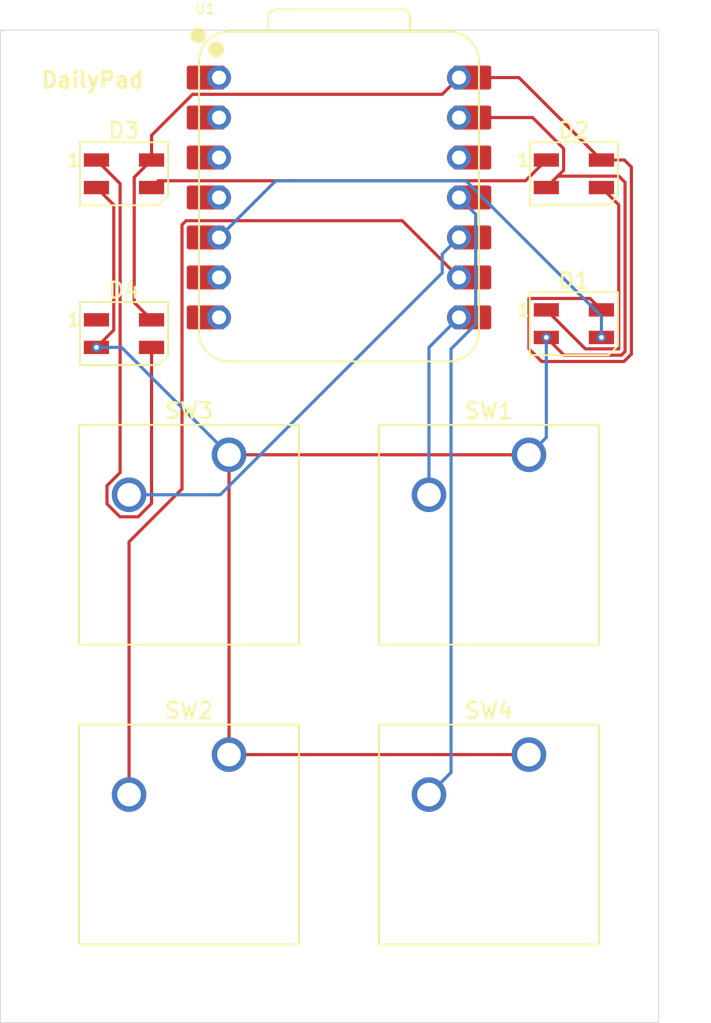
<source format=kicad_pcb>
(kicad_pcb (version 20241229) (generator "pcbnew") (generator_version "9.0")
  (layers (0 "F.Cu" signal) (2 "B.Cu" signal) (13 "F.Paste" user) (15 "B.Paste" user) (5 "F.SilkS" user "F.Silkscreen") (7 "B.SilkS" user "B.Silkscreen") (1 "F.Mask" user) (3 "B.Mask" user) (25 "Edge.Cuts" user))
  (net 0 "")
  (net 1 "GND")
  (net 2 "Net-(D1-DOUT)")
  (net 3 "+5V")
  (net 4 "Net-(D1-DIN)")
  (net 5 "Net-(D2-DOUT)")
  (net 6 "Net-(D3-DOUT)")
  (net 8 "Net-(U1-GPIO1{slash}RX)")
  (net 9 "Net-(U1-GPIO2{slash}SCK)")
  (net 10 "Net-(U1-GPIO4{slash}MISO)")
  (net 11 "Net-(U1-GPIO3{slash}MOSI)")
  (footprint "LED_SMD:LED_SK6812MINI_PLCC4_3.5x3.5mm_P1.75mm" (layer "F.Cu") (at 133.98125 53.89375)
    (property "Reference" "D4" (at 0 -2.75 0) (layer "F.SilkS"))
    (property "Value" "SK6812MINI")
    (fp_line (start -2.8 -2) (end -2.8 2) (stroke (width 0.12)) (layer "F.SilkS"))
    (fp_line (start -2.8 -2) (end 2.8 -2) (stroke (width 0.12)) (layer "F.SilkS"))
    (fp_line (start -2.8 2) (end 2.2 2) (stroke (width 0.12)) (layer "F.SilkS"))
    (fp_line (start 2.8 1.4) (end 2.2 2) (stroke (width 0.12)) (layer "F.SilkS"))
    (fp_line (start 2.8 1.4) (end 2.8 -2) (stroke (width 0.12)) (layer "F.SilkS"))
    (fp_text user "1" (at -3.2 -0.875 0) (layer "F.SilkS") (effects (font (size 0.8 0.8))))
    (pad "1" smd rect (at -1.75 -0.875) (size 1.6 0.85) (layers "F.Cu" "F.Mask" "F.Paste"))
    (pad "2" smd rect (at -1.75 0.875) (size 1.6 0.85) (layers "F.Cu" "F.Mask" "F.Paste") (net 1 "GND"))
    (pad "3" smd rect (at 1.75 0.875) (size 1.6 0.85) (layers "F.Cu" "F.Mask" "F.Paste") (net 6 "Net-(D3-DOUT)"))
    (pad "4" smd rect (at 1.75 -0.875) (size 1.6 0.85) (layers "F.Cu" "F.Mask" "F.Paste") (net 3 "+5V"))
  )
  (footprint "Button_Switch_Keyboard:SW_Cherry_MX_1.00u_PCB" (layer "F.Cu") (at 159.7025 80.645)
    (property "Reference" "SW4" (at -2.54 -2.794 0) (layer "F.SilkS"))
    (property "Value" "SW_Push")
    (fp_line (start -9.525 -1.905) (end 4.445 -1.905) (stroke (width 0.12)) (layer "F.SilkS"))
    (fp_line (start -9.525 12.065) (end -9.525 -1.905) (stroke (width 0.12)) (layer "F.SilkS"))
    (fp_line (start 4.445 -1.905) (end 4.445 12.065) (stroke (width 0.12)) (layer "F.SilkS"))
    (fp_line (start 4.445 12.065) (end -9.525 12.065) (stroke (width 0.12)) (layer "F.SilkS"))
    (pad "" np_thru_hole circle (at -7.62 5.08) (size 1.7 1.7) (drill 1.7) (layers "*.Cu" "*.Mask"))
    (pad "" np_thru_hole circle (at -2.54 5.08) (size 4 4) (drill 4) (layers "*.Cu" "*.Mask"))
    (pad "" np_thru_hole circle (at 2.54 5.08) (size 1.7 1.7) (drill 1.7) (layers "*.Cu" "*.Mask"))
    (pad "1" thru_hole circle (at 0 0) (size 2.2 2.2) (drill 1.5) (layers "*.Cu" "*.Mask") (net 1 "GND"))
    (pad "2" thru_hole circle (at -6.35 2.54) (size 2.2 2.2) (drill 1.5) (layers "*.Cu" "*.Mask") (net 11 "Net-(U1-GPIO3{slash}MOSI)"))
  )
  (footprint "Button_Switch_Keyboard:SW_Cherry_MX_1.00u_PCB" (layer "F.Cu") (at 140.6525 61.595)
    (property "Reference" "SW3" (at -2.54 -2.794 0) (layer "F.SilkS"))
    (property "Value" "SW_Push")
    (fp_line (start -9.525 -1.905) (end 4.445 -1.905) (stroke (width 0.12)) (layer "F.SilkS"))
    (fp_line (start -9.525 12.065) (end -9.525 -1.905) (stroke (width 0.12)) (layer "F.SilkS"))
    (fp_line (start 4.445 -1.905) (end 4.445 12.065) (stroke (width 0.12)) (layer "F.SilkS"))
    (fp_line (start 4.445 12.065) (end -9.525 12.065) (stroke (width 0.12)) (layer "F.SilkS"))
    (pad "" np_thru_hole circle (at -7.62 5.08) (size 1.7 1.7) (drill 1.7) (layers "*.Cu" "*.Mask"))
    (pad "" np_thru_hole circle (at -2.54 5.08) (size 4 4) (drill 4) (layers "*.Cu" "*.Mask"))
    (pad "" np_thru_hole circle (at 2.54 5.08) (size 1.7 1.7) (drill 1.7) (layers "*.Cu" "*.Mask"))
    (pad "1" thru_hole circle (at 0 0) (size 2.2 2.2) (drill 1.5) (layers "*.Cu" "*.Mask") (net 1 "GND"))
    (pad "2" thru_hole circle (at -6.35 2.54) (size 2.2 2.2) (drill 1.5) (layers "*.Cu" "*.Mask") (net 10 "Net-(U1-GPIO4{slash}MISO)"))
  )
  (footprint "Button_Switch_Keyboard:SW_Cherry_MX_1.00u_PCB" (layer "F.Cu") (at 159.7025 61.595)
    (property "Reference" "SW1" (at -2.54 -2.794 0) (layer "F.SilkS"))
    (property "Value" "SW_Push")
    (fp_line (start -9.525 -1.905) (end 4.445 -1.905) (stroke (width 0.12)) (layer "F.SilkS"))
    (fp_line (start -9.525 12.065) (end -9.525 -1.905) (stroke (width 0.12)) (layer "F.SilkS"))
    (fp_line (start 4.445 -1.905) (end 4.445 12.065) (stroke (width 0.12)) (layer "F.SilkS"))
    (fp_line (start 4.445 12.065) (end -9.525 12.065) (stroke (width 0.12)) (layer "F.SilkS"))
    (pad "" np_thru_hole circle (at -7.62 5.08) (size 1.7 1.7) (drill 1.7) (layers "*.Cu" "*.Mask"))
    (pad "" np_thru_hole circle (at -2.54 5.08) (size 4 4) (drill 4) (layers "*.Cu" "*.Mask"))
    (pad "" np_thru_hole circle (at 2.54 5.08) (size 1.7 1.7) (drill 1.7) (layers "*.Cu" "*.Mask"))
    (pad "1" thru_hole circle (at 0 0) (size 2.2 2.2) (drill 1.5) (layers "*.Cu" "*.Mask") (net 1 "GND"))
    (pad "2" thru_hole circle (at -6.35 2.54) (size 2.2 2.2) (drill 1.5) (layers "*.Cu" "*.Mask") (net 8 "Net-(U1-GPIO1{slash}RX)"))
  )
  (footprint "LED_SMD:LED_SK6812MINI_PLCC4_3.5x3.5mm_P1.75mm" (layer "F.Cu") (at 162.55625 53.2625)
    (property "Reference" "D1" (at 0 -2.75 0) (layer "F.SilkS"))
    (property "Value" "SK6812MINI")
    (fp_line (start -2.8 -2) (end -2.8 2) (stroke (width 0.12)) (layer "F.SilkS"))
    (fp_line (start -2.8 -2) (end 2.8 -2) (stroke (width 0.12)) (layer "F.SilkS"))
    (fp_line (start -2.8 2) (end 2.2 2) (stroke (width 0.12)) (layer "F.SilkS"))
    (fp_line (start 2.8 1.4) (end 2.2 2) (stroke (width 0.12)) (layer "F.SilkS"))
    (fp_line (start 2.8 1.4) (end 2.8 -2) (stroke (width 0.12)) (layer "F.SilkS"))
    (fp_text user "1" (at -3.2 -0.875 0) (layer "F.SilkS") (effects (font (size 0.8 0.8))))
    (pad "1" smd rect (at -1.75 -0.875) (size 1.6 0.85) (layers "F.Cu" "F.Mask" "F.Paste") (net 2 "Net-(D1-DOUT)"))
    (pad "2" smd rect (at -1.75 0.875) (size 1.6 0.85) (layers "F.Cu" "F.Mask" "F.Paste") (net 1 "GND"))
    (pad "3" smd rect (at 1.75 0.875) (size 1.6 0.85) (layers "F.Cu" "F.Mask" "F.Paste") (net 4 "Net-(D1-DIN)"))
    (pad "4" smd rect (at 1.75 -0.875) (size 1.6 0.85) (layers "F.Cu" "F.Mask" "F.Paste") (net 3 "+5V"))
  )
  (footprint "LED_SMD:LED_SK6812MINI_PLCC4_3.5x3.5mm_P1.75mm" (layer "F.Cu") (at 162.55625 43.7375)
    (property "Reference" "D2" (at 0 -2.75 0) (layer "F.SilkS"))
    (property "Value" "SK6812MINI")
    (fp_line (start -2.8 -2) (end -2.8 2) (stroke (width 0.12)) (layer "F.SilkS"))
    (fp_line (start -2.8 -2) (end 2.8 -2) (stroke (width 0.12)) (layer "F.SilkS"))
    (fp_line (start -2.8 2) (end 2.2 2) (stroke (width 0.12)) (layer "F.SilkS"))
    (fp_line (start 2.8 1.4) (end 2.2 2) (stroke (width 0.12)) (layer "F.SilkS"))
    (fp_line (start 2.8 1.4) (end 2.8 -2) (stroke (width 0.12)) (layer "F.SilkS"))
    (fp_text user "1" (at -3.2 -0.875 0) (layer "F.SilkS") (effects (font (size 0.8 0.8))))
    (pad "1" smd rect (at -1.75 -0.875) (size 1.6 0.85) (layers "F.Cu" "F.Mask" "F.Paste") (net 5 "Net-(D2-DOUT)"))
    (pad "2" smd rect (at -1.75 0.875) (size 1.6 0.85) (layers "F.Cu" "F.Mask" "F.Paste") (net 1 "GND"))
    (pad "3" smd rect (at 1.75 0.875) (size 1.6 0.85) (layers "F.Cu" "F.Mask" "F.Paste") (net 2 "Net-(D1-DOUT)"))
    (pad "4" smd rect (at 1.75 -0.875) (size 1.6 0.85) (layers "F.Cu" "F.Mask" "F.Paste") (net 3 "+5V"))
  )
  (footprint "LED_SMD:LED_SK6812MINI_PLCC4_3.5x3.5mm_P1.75mm" (layer "F.Cu") (at 133.98125 43.7375)
    (property "Reference" "D3" (at 0 -2.75 0) (layer "F.SilkS"))
    (property "Value" "SK6812MINI")
    (fp_line (start -2.8 -2) (end -2.8 2) (stroke (width 0.12)) (layer "F.SilkS"))
    (fp_line (start -2.8 -2) (end 2.8 -2) (stroke (width 0.12)) (layer "F.SilkS"))
    (fp_line (start -2.8 2) (end 2.2 2) (stroke (width 0.12)) (layer "F.SilkS"))
    (fp_line (start 2.8 1.4) (end 2.2 2) (stroke (width 0.12)) (layer "F.SilkS"))
    (fp_line (start 2.8 1.4) (end 2.8 -2) (stroke (width 0.12)) (layer "F.SilkS"))
    (fp_text user "1" (at -3.2 -0.875 0) (layer "F.SilkS") (effects (font (size 0.8 0.8))))
    (pad "1" smd rect (at -1.75 -0.875) (size 1.6 0.85) (layers "F.Cu" "F.Mask" "F.Paste") (net 6 "Net-(D3-DOUT)"))
    (pad "2" smd rect (at -1.75 0.875) (size 1.6 0.85) (layers "F.Cu" "F.Mask" "F.Paste") (net 1 "GND"))
    (pad "3" smd rect (at 1.75 0.875) (size 1.6 0.85) (layers "F.Cu" "F.Mask" "F.Paste") (net 5 "Net-(D2-DOUT)"))
    (pad "4" smd rect (at 1.75 -0.875) (size 1.6 0.85) (layers "F.Cu" "F.Mask" "F.Paste") (net 3 "+5V"))
  )
  (footprint "Button_Switch_Keyboard:SW_Cherry_MX_1.00u_PCB" (layer "F.Cu") (at 140.6525 80.645)
    (property "Reference" "SW2" (at -2.54 -2.794 0) (layer "F.SilkS"))
    (property "Value" "SW_Push")
    (fp_line (start -9.525 -1.905) (end 4.445 -1.905) (stroke (width 0.12)) (layer "F.SilkS"))
    (fp_line (start -9.525 12.065) (end -9.525 -1.905) (stroke (width 0.12)) (layer "F.SilkS"))
    (fp_line (start 4.445 -1.905) (end 4.445 12.065) (stroke (width 0.12)) (layer "F.SilkS"))
    (fp_line (start 4.445 12.065) (end -9.525 12.065) (stroke (width 0.12)) (layer "F.SilkS"))
    (pad "" np_thru_hole circle (at -7.62 5.08) (size 1.7 1.7) (drill 1.7) (layers "*.Cu" "*.Mask"))
    (pad "" np_thru_hole circle (at -2.54 5.08) (size 4 4) (drill 4) (layers "*.Cu" "*.Mask"))
    (pad "" np_thru_hole circle (at 2.54 5.08) (size 1.7 1.7) (drill 1.7) (layers "*.Cu" "*.Mask"))
    (pad "1" thru_hole circle (at 0 0) (size 2.2 2.2) (drill 1.5) (layers "*.Cu" "*.Mask") (net 1 "GND"))
    (pad "2" thru_hole circle (at -6.35 2.54) (size 2.2 2.2) (drill 1.5) (layers "*.Cu" "*.Mask") (net 9 "Net-(U1-GPIO2{slash}SCK)"))
  )
  (footprint "OPL:XIAO-RP2040-DIP" (layer "F.Cu") (at 147.6375 45.24375)
    (property "Reference" "U1" (at -8.5 -12 0) (layer "F.SilkS") (effects (font (size 0.635 0.635) (thickness 0.1016))))
    (property "Value" "XIAO-RP2040-DIP")
    (fp_line (start -8.89 8.509) (end -8.89 -8.636) (stroke (width 0.127)) (layer "F.SilkS"))
    (fp_line (start -6.985 10.414) (end 6.985 10.414) (stroke (width 0.127)) (layer "F.SilkS"))
    (fp_line (start -4.495 -10.541) (end -4.491272 -11.451272) (stroke (width 0.127)) (layer "F.SilkS"))
    (fp_line (start -3.991272 -11.951) (end 4.004 -11.951) (stroke (width 0.127)) (layer "F.SilkS"))
    (fp_line (start 4.504 -11.451) (end 4.504 -10.541) (stroke (width 0.127)) (layer "F.SilkS"))
    (fp_line (start 6.985 -10.541) (end -6.985 -10.541) (stroke (width 0.1)) (layer "F.SilkS"))
    (fp_line (start 6.985 -10.541) (end -6.985 -10.541) (stroke (width 0.127)) (layer "F.SilkS"))
    (fp_line (start 8.89 8.509) (end 8.89 -8.636) (stroke (width 0.127)) (layer "F.SilkS"))
    (fp_arc (start -8.89 -8.636) (mid -8.332038 -9.983038) (end -6.985 -10.541) (stroke (width 0.127)) (layer "F.SilkS"))
    (fp_arc (start -6.985 10.414) (mid -8.332038 9.856038) (end -8.89 8.509) (stroke (width 0.127)) (layer "F.SilkS"))
    (fp_arc (start -4.491272 -11.451272) (mid -4.344728 -11.80464) (end -3.991272 -11.951) (stroke (width 0.127)) (layer "F.SilkS"))
    (fp_arc (start 4.004 -11.951) (mid 4.357553 -11.804553) (end 4.504 -11.451) (stroke (width 0.127)) (layer "F.SilkS"))
    (fp_arc (start 6.985 -10.541) (mid 8.332038 -9.983038) (end 8.89 -8.636) (stroke (width 0.127)) (layer "F.SilkS"))
    (fp_arc (start 8.89 8.509) (mid 8.332038 9.856038) (end 6.985 10.414) (stroke (width 0.127)) (layer "F.SilkS"))
    (fp_circle (center -8.95 -10.3) (end -8.95 -10.554) (stroke (width 0.5)) (fill yes) (layer "F.SilkS"))
    (fp_circle (center -7.807 -9.42) (end -7.807 -9.674) (stroke (width 0.5)) (fill yes) (layer "F.SilkS"))
    (pad "1" smd roundrect (at -8.455 -7.62 180) (size 2.432 1.524) (layers "F.Cu" "F.Mask") (roundrect_rratio 0.1))
    (pad "1" thru_hole circle (at -7.62 -7.62 180) (size 1.524 1.524) (drill 0.889) (layers "*.Cu" "*.Mask"))
    (pad "2" smd roundrect (at -8.455 -5.08 180) (size 2.432 1.524) (layers "F.Cu" "F.Mask") (roundrect_rratio 0.1))
    (pad "2" thru_hole circle (at -7.62 -5.08 180) (size 1.524 1.524) (drill 0.889) (layers "*.Cu" "*.Mask"))
    (pad "3" smd roundrect (at -8.455 -2.54 180) (size 2.432 1.524) (layers "F.Cu" "F.Mask") (roundrect_rratio 0.1))
    (pad "3" thru_hole circle (at -7.62 -2.54 180) (size 1.524 1.524) (drill 0.889) (layers "*.Cu" "*.Mask"))
    (pad "4" smd roundrect (at -8.455 0 180) (size 2.432 1.524) (layers "F.Cu" "F.Mask") (roundrect_rratio 0.1))
    (pad "4" thru_hole circle (at -7.62 0 180) (size 1.524 1.524) (drill 0.889) (layers "*.Cu" "*.Mask"))
    (pad "5" smd roundrect (at -8.455 2.54 180) (size 2.432 1.524) (layers "F.Cu" "F.Mask") (roundrect_rratio 0.1) (net 4 "Net-(D1-DIN)"))
    (pad "5" thru_hole circle (at -7.62 2.54 180) (size 1.524 1.524) (drill 0.889) (layers "*.Cu" "*.Mask") (net 4 "Net-(D1-DIN)"))
    (pad "6" smd roundrect (at -8.455 5.08 180) (size 2.432 1.524) (layers "F.Cu" "F.Mask") (roundrect_rratio 0.1))
    (pad "6" thru_hole circle (at -7.62 5.08 180) (size 1.524 1.524) (drill 0.889) (layers "*.Cu" "*.Mask"))
    (pad "7" smd roundrect (at -8.455 7.62 180) (size 2.432 1.524) (layers "F.Cu" "F.Mask") (roundrect_rratio 0.1))
    (pad "7" thru_hole circle (at -7.62 7.62 180) (size 1.524 1.524) (drill 0.889) (layers "*.Cu" "*.Mask"))
    (pad "8" thru_hole circle (at 7.62 7.62) (size 1.524 1.524) (drill 0.889) (layers "*.Cu" "*.Mask") (net 8 "Net-(U1-GPIO1{slash}RX)"))
    (pad "8" smd roundrect (at 8.455 7.62) (size 2.432 1.524) (layers "F.Cu" "F.Mask") (roundrect_rratio 0.1) (net 8 "Net-(U1-GPIO1{slash}RX)"))
    (pad "9" thru_hole circle (at 7.62 5.08) (size 1.524 1.524) (drill 0.889) (layers "*.Cu" "*.Mask") (net 9 "Net-(U1-GPIO2{slash}SCK)"))
    (pad "9" smd roundrect (at 8.455 5.08) (size 2.432 1.524) (layers "F.Cu" "F.Mask") (roundrect_rratio 0.1) (net 9 "Net-(U1-GPIO2{slash}SCK)"))
    (pad "10" thru_hole circle (at 7.62 2.54) (size 1.524 1.524) (drill 0.889) (layers "*.Cu" "*.Mask") (net 10 "Net-(U1-GPIO4{slash}MISO)"))
    (pad "10" smd roundrect (at 8.455 2.54) (size 2.432 1.524) (layers "F.Cu" "F.Mask") (roundrect_rratio 0.1) (net 10 "Net-(U1-GPIO4{slash}MISO)"))
    (pad "11" thru_hole circle (at 7.62 0) (size 1.524 1.524) (drill 0.889) (layers "*.Cu" "*.Mask") (net 11 "Net-(U1-GPIO3{slash}MOSI)"))
    (pad "11" smd roundrect (at 8.455 0) (size 2.432 1.524) (layers "F.Cu" "F.Mask") (roundrect_rratio 0.1) (net 11 "Net-(U1-GPIO3{slash}MOSI)"))
    (pad "12" thru_hole circle (at 7.62 -2.54) (size 1.524 1.524) (drill 0.889) (layers "*.Cu" "*.Mask"))
    (pad "12" smd roundrect (at 8.455 -2.54) (size 2.432 1.524) (layers "F.Cu" "F.Mask") (roundrect_rratio 0.1))
    (pad "13" thru_hole circle (at 7.62 -5.08) (size 1.524 1.524) (drill 0.889) (layers "*.Cu" "*.Mask") (net 1 "GND"))
    (pad "13" smd roundrect (at 8.455 -5.08) (size 2.432 1.524) (layers "F.Cu" "F.Mask") (roundrect_rratio 0.1) (net 1 "GND"))
    (pad "14" thru_hole circle (at 7.62 -7.62) (size 1.524 1.524) (drill 0.889) (layers "*.Cu" "*.Mask") (net 3 "+5V"))
    (pad "14" smd roundrect (at 8.455 -7.62) (size 2.432 1.524) (layers "F.Cu" "F.Mask") (roundrect_rratio 0.1) (net 3 "+5V"))
  )
  (gr_rect (start 126.13 34.61) (end 167.9425 97.67125) (stroke (width 0.05)) (fill no) (layer "Edge.Cuts"))
  (gr_text "DailyPad" (at 128.61 38.36 0) (layer "F.SilkS") (effects (font (size 1 1) (thickness 0.2) (bold yes)) (justify left bottom)))
  (segment (start 165.80825 55.0296) (end 165.80825 44.2875) (width 0.2) (layer "F.Cu") (net 1))
  (segment (start 160.80625 44.6125) (end 161.90725 43.5115) (width 0.2) (layer "F.Cu") (net 1))
  (segment (start 132.23125 54.76875) (end 133.33225 53.66775) (width 0.2) (layer "F.Cu") (net 1))
  (segment (start 165.57335 55.2645) (end 165.80825 55.0296) (width 0.2) (layer "F.Cu") (net 1))
  (segment (start 159.7025 80.645) (end 140.6525 80.645) (width 0.2) (layer "F.Cu") (net 1))
  (segment (start 160.80625 54.1375) (end 161.93325 55.2645) (width 0.2) (layer "F.Cu") (net 1))
  (segment (start 140.6525 80.645) (end 140.6525 61.595) (width 0.2) (layer "F.Cu") (net 1))
  (segment (start 161.90725 42.1365) (end 159.9345 40.16375) (width 0.2) (layer "F.Cu") (net 1))
  (segment (start 133.33225 53.66775) (end 133.33225 45.7135) (width 0.2) (layer "F.Cu") (net 1))
  (segment (start 133.33225 45.7135) (end 132.23125 44.6125) (width 0.2) (layer "F.Cu") (net 1))
  (segment (start 165.80825 44.2875) (end 165.40725 43.8865) (width 0.2) (layer "F.Cu") (net 1))
  (segment (start 165.40725 43.8865) (end 161.53225 43.8865) (width 0.2) (layer "F.Cu") (net 1))
  (segment (start 159.9345 40.16375) (end 155.2575 40.16375) (width 0.2) (layer "F.Cu") (net 1))
  (segment (start 161.53225 43.8865) (end 160.80625 44.6125) (width 0.2) (layer "F.Cu") (net 1))
  (segment (start 140.6525 61.595) (end 159.7025 61.595) (width 0.2) (layer "F.Cu") (net 1))
  (segment (start 161.90725 43.5115) (end 161.90725 42.1365) (width 0.2) (layer "F.Cu") (net 1))
  (segment (start 161.93325 55.2645) (end 165.57335 55.2645) (width 0.2) (layer "F.Cu") (net 1))
  (via (at 132.23125 54.76875) (size 0.6) (drill 0.3) (layers "F.Cu" "B.Cu") (net 1))
  (via (at 160.80625 54.1375) (size 0.6) (drill 0.3) (layers "F.Cu" "B.Cu") (net 1))
  (segment (start 140.6525 61.595) (end 133.82625 54.76875) (width 0.2) (layer "B.Cu") (net 1))
  (segment (start 159.7025 61.595) (end 160.80625 60.49125) (width 0.2) (layer "B.Cu") (net 1))
  (segment (start 160.80625 60.49125) (end 160.80625 54.1375) (width 0.2) (layer "B.Cu") (net 1))
  (segment (start 133.82625 54.76875) (end 132.23125 54.76875) (width 0.2) (layer "B.Cu") (net 1))
  (segment (start 165.40725 45.7135) (end 165.40725 54.8635) (width 0.2) (layer "F.Cu") (net 2))
  (segment (start 163.28225 54.8635) (end 160.80625 52.3875) (width 0.2) (layer "F.Cu") (net 2))
  (segment (start 164.30625 44.6125) (end 165.40725 45.7135) (width 0.2) (layer "F.Cu") (net 2))
  (segment (start 165.40725 54.8635) (end 163.28225 54.8635) (width 0.2) (layer "F.Cu") (net 2))
  (segment (start 166.20925 43.30925) (end 166.20925 55.1957) (width 0.2) (layer "F.Cu") (net 3))
  (segment (start 159.70525 54.8635) (end 159.70525 51.6615) (width 0.2) (layer "F.Cu") (net 3))
  (segment (start 163.58025 51.6615) (end 164.30625 52.3875) (width 0.2) (layer "F.Cu") (net 3))
  (segment (start 154.1945 38.68675) (end 155.2575 37.62375) (width 0.2) (layer "F.Cu") (net 3))
  (segment (start 135.73125 42.8625) (end 135.73125 41.296374) (width 0.2) (layer "F.Cu") (net 3))
  (segment (start 159.0675 37.62375) (end 155.2575 37.62375) (width 0.2) (layer "F.Cu") (net 3))
  (segment (start 166.20925 55.1957) (end 165.73945 55.6655) (width 0.2) (layer "F.Cu") (net 3))
  (segment (start 165.73945 55.6655) (end 160.50725 55.6655) (width 0.2) (layer "F.Cu") (net 3))
  (segment (start 135.73125 42.8625) (end 134.63025 43.9635) (width 0.2) (layer "F.Cu") (net 3))
  (segment (start 135.73125 41.296374) (end 138.340874 38.68675) (width 0.2) (layer "F.Cu") (net 3))
  (segment (start 160.50725 55.6655) (end 159.70525 54.8635) (width 0.2) (layer "F.Cu") (net 3))
  (segment (start 164.30625 42.8625) (end 165.7625 42.8625) (width 0.2) (layer "F.Cu") (net 3))
  (segment (start 134.63025 43.9635) (end 134.63025 51.91775) (width 0.2) (layer "F.Cu") (net 3))
  (segment (start 159.70525 51.6615) (end 163.58025 51.6615) (width 0.2) (layer "F.Cu") (net 3))
  (segment (start 165.7625 42.8625) (end 166.20925 43.30925) (width 0.2) (layer "F.Cu") (net 3))
  (segment (start 134.63025 51.91775) (end 135.73125 53.01875) (width 0.2) (layer "F.Cu") (net 3))
  (segment (start 164.30625 42.8625) (end 159.0675 37.62375) (width 0.2) (layer "F.Cu") (net 3))
  (segment (start 138.340874 38.68675) (end 154.1945 38.68675) (width 0.2) (layer "F.Cu") (net 3))
  (via (at 164.30625 54.1375) (size 0.6) (drill 0.3) (layers "F.Cu" "B.Cu") (net 4))
  (segment (start 143.6205 44.18075) (end 155.69781 44.18075) (width 0.2) (layer "B.Cu") (net 4))
  (segment (start 164.30625 52.78919) (end 164.30625 54.1375) (width 0.2) (layer "B.Cu") (net 4))
  (segment (start 140.0175 47.78375) (end 143.6205 44.18075) (width 0.2) (layer "B.Cu") (net 4))
  (segment (start 155.69781 44.18075) (end 164.30625 52.78919) (width 0.2) (layer "B.Cu") (net 4))
  (segment (start 159.488 44.18075) (end 160.80625 42.8625) (width 0.2) (layer "F.Cu") (net 5))
  (segment (start 136.163 44.18075) (end 159.488 44.18075) (width 0.2) (layer "F.Cu") (net 5))
  (segment (start 135.73125 44.6125) (end 136.163 44.18075) (width 0.2) (layer "F.Cu") (net 5))
  (segment (start 133.73325 62.722936) (end 132.9015 63.554686) (width 0.2) (layer "F.Cu") (net 6))
  (segment (start 132.9015 63.554686) (end 132.9015 64.715314) (width 0.2) (layer "F.Cu") (net 6))
  (segment (start 132.9015 64.715314) (end 133.722186 65.536) (width 0.2) (layer "F.Cu") (net 6))
  (segment (start 132.23125 42.8625) (end 133.73325 44.3645) (width 0.2) (layer "F.Cu") (net 6))
  (segment (start 133.722186 65.536) (end 134.882814 65.536) (width 0.2) (layer "F.Cu") (net 6))
  (segment (start 135.73125 64.687564) (end 135.73125 54.76875) (width 0.2) (layer "F.Cu") (net 6))
  (segment (start 133.73325 44.3645) (end 133.73325 62.722936) (width 0.2) (layer "F.Cu") (net 6))
  (segment (start 134.882814 65.536) (end 135.73125 64.687564) (width 0.2) (layer "F.Cu") (net 6))
  (segment (start 153.3525 54.76875) (end 155.2575 52.86375) (width 0.2) (layer "B.Cu") (net 8))
  (segment (start 153.3525 64.135) (end 153.3525 54.76875) (width 0.2) (layer "B.Cu") (net 8))
  (segment (start 134.3025 83.185) (end 134.3025 67.124314) (width 0.2) (layer "F.Cu") (net 9))
  (segment (start 137.6655 46.982124) (end 137.926874 46.72075) (width 0.2) (layer "F.Cu") (net 9))
  (segment (start 134.3025 67.124314) (end 137.6655 63.761314) (width 0.2) (layer "F.Cu") (net 9))
  (segment (start 151.6545 46.72075) (end 155.2575 50.32375) (width 0.2) (layer "F.Cu") (net 9))
  (segment (start 137.6655 63.761314) (end 137.6655 46.982124) (width 0.2) (layer "F.Cu") (net 9))
  (segment (start 137.926874 46.72075) (end 151.6545 46.72075) (width 0.2) (layer "F.Cu") (net 9))
  (segment (start 134.3025 64.135) (end 140.093814 64.135) (width 0.2) (layer "B.Cu") (net 10))
  (segment (start 140.093814 64.135) (end 154.1945 50.034314) (width 0.2) (layer "B.Cu") (net 10))
  (segment (start 154.1945 48.84675) (end 155.2575 47.78375) (width 0.2) (layer "B.Cu") (net 10))
  (segment (start 154.1945 50.034314) (end 154.1945 48.84675) (width 0.2) (layer "B.Cu") (net 10))
  (segment (start 156.3205 46.30675) (end 155.2575 45.24375) (width 0.2) (layer "B.Cu") (net 11))
  (segment (start 154.7535 54.87106) (end 156.3205 53.30406) (width 0.2) (layer "B.Cu") (net 11))
  (segment (start 154.7535 81.784) (end 154.7535 54.87106) (width 0.2) (layer "B.Cu") (net 11))
  (segment (start 156.3205 53.30406) (end 156.3205 46.30675) (width 0.2) (layer "B.Cu") (net 11))
  (segment (start 153.3525 83.185) (end 154.7535 81.784) (width 0.2) (layer "B.Cu") (net 11))
)
</source>
